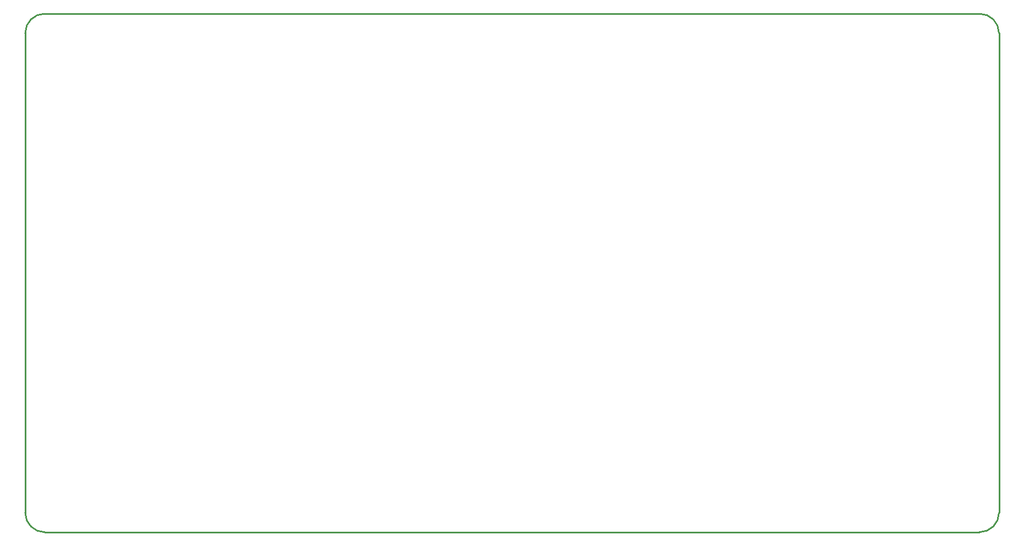
<source format=gko>
G04 Layer: BoardOutlineLayer*
G04 EasyEDA v6.5.22, 2022-12-10 21:12:04*
G04 e12cfe8ce6ad4c4799b389a6830ee86a,10*
G04 Gerber Generator version 0.2*
G04 Scale: 100 percent, Rotated: No, Reflected: No *
G04 Dimensions in millimeters *
G04 leading zeros omitted , absolute positions ,4 integer and 5 decimal *
%FSLAX45Y45*%
%MOMM*%

%ADD10C,0.2540*%
D10*
X0Y299999D02*
G01*
X0Y7699984D01*
X14699970Y0D02*
G01*
X299999Y0D01*
X14999970Y7699984D02*
G01*
X14999970Y299999D01*
X299999Y7999984D02*
G01*
X14699970Y7999984D01*
G75*
G01*
X14699971Y7999984D02*
G02*
X14999970Y7699985I0J-299999D01*
G75*
G01*
X14999970Y299999D02*
G02*
X14699971Y0I-299999J0D01*
G75*
G01*
X299999Y0D02*
G02*
X0Y299999I0J299999D01*
G75*
G01*
X0Y7699985D02*
G02*
X299999Y7999984I299999J0D01*

%LPD*%
M02*

</source>
